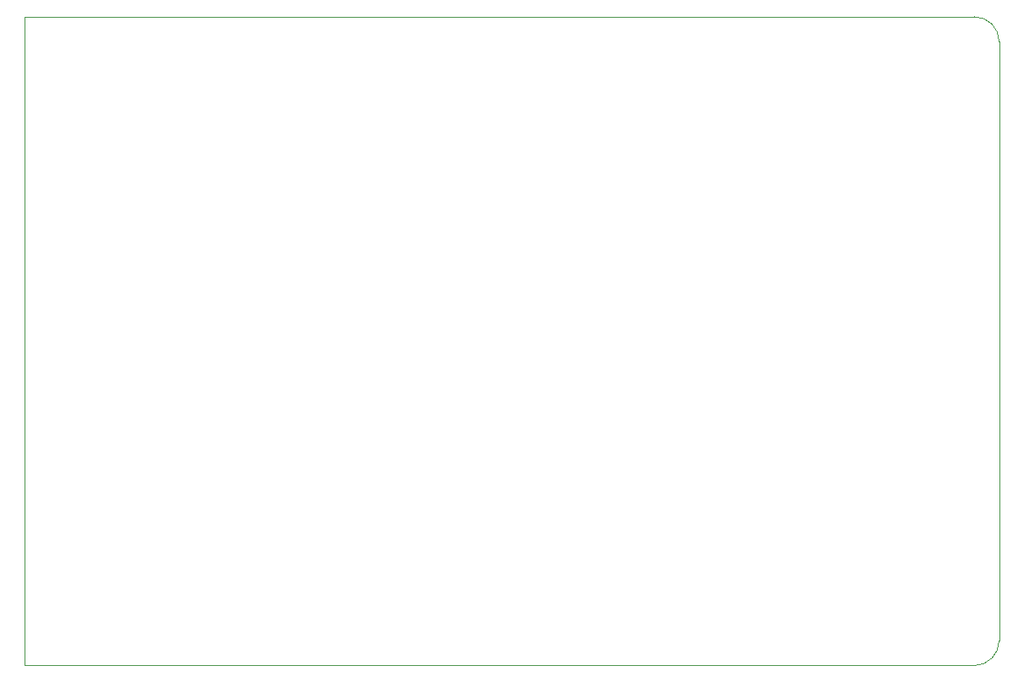
<source format=gbr>
%TF.GenerationSoftware,KiCad,Pcbnew,9.0.6*%
%TF.CreationDate,2026-01-11T11:54:50+09:00*%
%TF.ProjectId,MH01852029121Z2_MJ-HF_control,4d483031-3835-4323-9032-393132315a32,rev?*%
%TF.SameCoordinates,Original*%
%TF.FileFunction,Profile,NP*%
%FSLAX46Y46*%
G04 Gerber Fmt 4.6, Leading zero omitted, Abs format (unit mm)*
G04 Created by KiCad (PCBNEW 9.0.6) date 2026-01-11 11:54:50*
%MOMM*%
%LPD*%
G01*
G04 APERTURE LIST*
%TA.AperFunction,Profile*%
%ADD10C,0.050000*%
%TD*%
G04 APERTURE END LIST*
D10*
X258000000Y-27500000D02*
X258000000Y-87500000D01*
X258000000Y-87500000D02*
G75*
G02*
X255500000Y-90000000I-2500000J0D01*
G01*
X255500000Y-25000000D02*
G75*
G02*
X258000000Y-27500000I0J-2500000D01*
G01*
X160500000Y-25000000D02*
X160500000Y-90000000D01*
X160500000Y-90000000D02*
X255500000Y-90000000D01*
X160500000Y-25000000D02*
X255500000Y-25000000D01*
M02*

</source>
